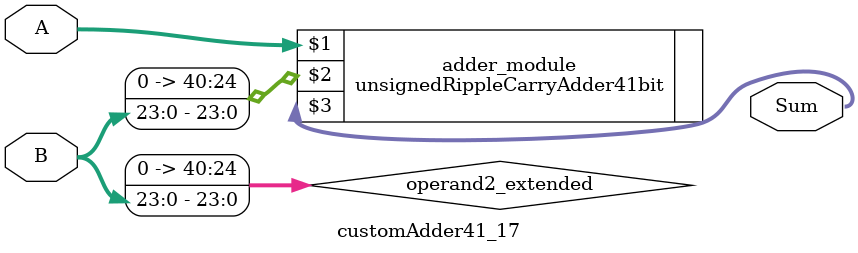
<source format=v>
module customAdder41_17(
                        input [40 : 0] A,
                        input [23 : 0] B,
                        
                        output [41 : 0] Sum
                );

        wire [40 : 0] operand2_extended;
        
        assign operand2_extended =  {17'b0, B};
        
        unsignedRippleCarryAdder41bit adder_module(
            A,
            operand2_extended,
            Sum
        );
        
        endmodule
        
</source>
